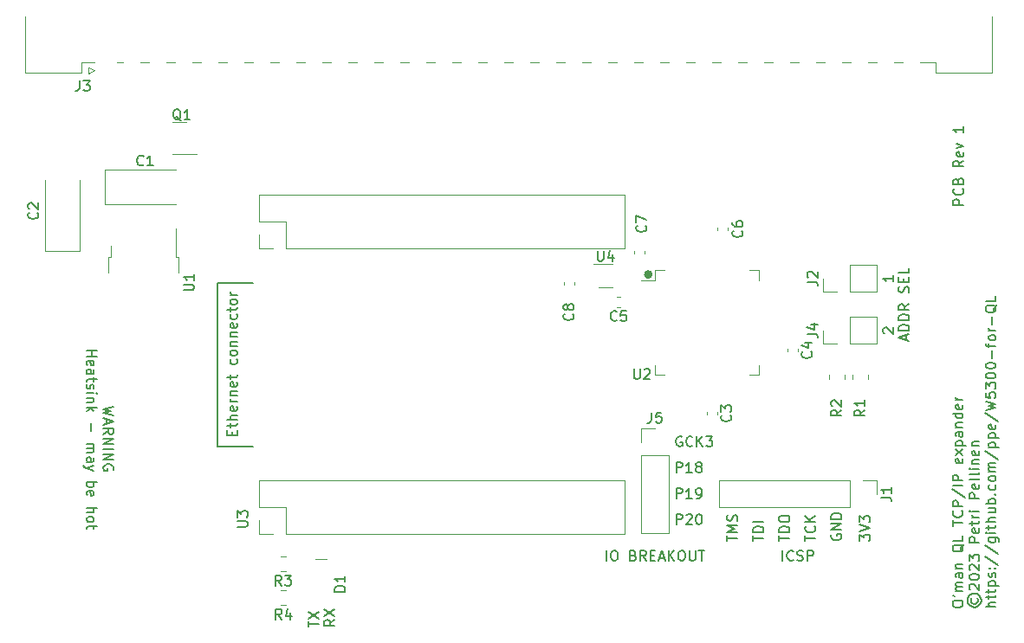
<source format=gbr>
%TF.GenerationSoftware,KiCad,Pcbnew,(6.0.9-0)*%
%TF.CreationDate,2023-01-09T20:35:06+02:00*%
%TF.ProjectId,QE_PCB,51455f50-4342-42e6-9b69-6361645f7063,rev?*%
%TF.SameCoordinates,Original*%
%TF.FileFunction,Legend,Top*%
%TF.FilePolarity,Positive*%
%FSLAX46Y46*%
G04 Gerber Fmt 4.6, Leading zero omitted, Abs format (unit mm)*
G04 Created by KiCad (PCBNEW (6.0.9-0)) date 2023-01-09 20:35:06*
%MOMM*%
%LPD*%
G01*
G04 APERTURE LIST*
%ADD10C,0.150000*%
%ADD11C,0.428553*%
%ADD12C,0.120000*%
G04 APERTURE END LIST*
D10*
X79700380Y-115678976D02*
X79224190Y-116012309D01*
X79700380Y-116250404D02*
X78700380Y-116250404D01*
X78700380Y-115869452D01*
X78748000Y-115774214D01*
X78795619Y-115726595D01*
X78890857Y-115678976D01*
X79033714Y-115678976D01*
X79128952Y-115726595D01*
X79176571Y-115774214D01*
X79224190Y-115869452D01*
X79224190Y-116250404D01*
X78700380Y-115345642D02*
X79700380Y-114678976D01*
X78700380Y-114678976D02*
X79700380Y-115345642D01*
X77176380Y-116393261D02*
X77176380Y-115821833D01*
X78176380Y-116107547D02*
X77176380Y-116107547D01*
X77176380Y-115583738D02*
X78176380Y-114917071D01*
X77176380Y-114917071D02*
X78176380Y-115583738D01*
X106283714Y-109926380D02*
X106283714Y-108926380D01*
X106950380Y-108926380D02*
X107140857Y-108926380D01*
X107236095Y-108974000D01*
X107331333Y-109069238D01*
X107378952Y-109259714D01*
X107378952Y-109593047D01*
X107331333Y-109783523D01*
X107236095Y-109878761D01*
X107140857Y-109926380D01*
X106950380Y-109926380D01*
X106855142Y-109878761D01*
X106759904Y-109783523D01*
X106712285Y-109593047D01*
X106712285Y-109259714D01*
X106759904Y-109069238D01*
X106855142Y-108974000D01*
X106950380Y-108926380D01*
X108902761Y-109402571D02*
X109045619Y-109450190D01*
X109093238Y-109497809D01*
X109140857Y-109593047D01*
X109140857Y-109735904D01*
X109093238Y-109831142D01*
X109045619Y-109878761D01*
X108950380Y-109926380D01*
X108569428Y-109926380D01*
X108569428Y-108926380D01*
X108902761Y-108926380D01*
X108998000Y-108974000D01*
X109045619Y-109021619D01*
X109093238Y-109116857D01*
X109093238Y-109212095D01*
X109045619Y-109307333D01*
X108998000Y-109354952D01*
X108902761Y-109402571D01*
X108569428Y-109402571D01*
X110140857Y-109926380D02*
X109807523Y-109450190D01*
X109569428Y-109926380D02*
X109569428Y-108926380D01*
X109950380Y-108926380D01*
X110045619Y-108974000D01*
X110093238Y-109021619D01*
X110140857Y-109116857D01*
X110140857Y-109259714D01*
X110093238Y-109354952D01*
X110045619Y-109402571D01*
X109950380Y-109450190D01*
X109569428Y-109450190D01*
X110569428Y-109402571D02*
X110902761Y-109402571D01*
X111045619Y-109926380D02*
X110569428Y-109926380D01*
X110569428Y-108926380D01*
X111045619Y-108926380D01*
X111426571Y-109640666D02*
X111902761Y-109640666D01*
X111331333Y-109926380D02*
X111664666Y-108926380D01*
X111998000Y-109926380D01*
X112331333Y-109926380D02*
X112331333Y-108926380D01*
X112902761Y-109926380D02*
X112474190Y-109354952D01*
X112902761Y-108926380D02*
X112331333Y-109497809D01*
X113521809Y-108926380D02*
X113712285Y-108926380D01*
X113807523Y-108974000D01*
X113902761Y-109069238D01*
X113950380Y-109259714D01*
X113950380Y-109593047D01*
X113902761Y-109783523D01*
X113807523Y-109878761D01*
X113712285Y-109926380D01*
X113521809Y-109926380D01*
X113426571Y-109878761D01*
X113331333Y-109783523D01*
X113283714Y-109593047D01*
X113283714Y-109259714D01*
X113331333Y-109069238D01*
X113426571Y-108974000D01*
X113521809Y-108926380D01*
X114378952Y-108926380D02*
X114378952Y-109735904D01*
X114426571Y-109831142D01*
X114474190Y-109878761D01*
X114569428Y-109926380D01*
X114759904Y-109926380D01*
X114855142Y-109878761D01*
X114902761Y-109831142D01*
X114950380Y-109735904D01*
X114950380Y-108926380D01*
X115283714Y-108926380D02*
X115855142Y-108926380D01*
X115569428Y-109926380D02*
X115569428Y-108926380D01*
X113111595Y-106370380D02*
X113111595Y-105370380D01*
X113492547Y-105370380D01*
X113587785Y-105418000D01*
X113635404Y-105465619D01*
X113683023Y-105560857D01*
X113683023Y-105703714D01*
X113635404Y-105798952D01*
X113587785Y-105846571D01*
X113492547Y-105894190D01*
X113111595Y-105894190D01*
X114063976Y-105465619D02*
X114111595Y-105418000D01*
X114206833Y-105370380D01*
X114444928Y-105370380D01*
X114540166Y-105418000D01*
X114587785Y-105465619D01*
X114635404Y-105560857D01*
X114635404Y-105656095D01*
X114587785Y-105798952D01*
X114016357Y-106370380D01*
X114635404Y-106370380D01*
X115254452Y-105370380D02*
X115349690Y-105370380D01*
X115444928Y-105418000D01*
X115492547Y-105465619D01*
X115540166Y-105560857D01*
X115587785Y-105751333D01*
X115587785Y-105989428D01*
X115540166Y-106179904D01*
X115492547Y-106275142D01*
X115444928Y-106322761D01*
X115349690Y-106370380D01*
X115254452Y-106370380D01*
X115159214Y-106322761D01*
X115111595Y-106275142D01*
X115063976Y-106179904D01*
X115016357Y-105989428D01*
X115016357Y-105751333D01*
X115063976Y-105560857D01*
X115111595Y-105465619D01*
X115159214Y-105418000D01*
X115254452Y-105370380D01*
X113111595Y-103830380D02*
X113111595Y-102830380D01*
X113492547Y-102830380D01*
X113587785Y-102878000D01*
X113635404Y-102925619D01*
X113683023Y-103020857D01*
X113683023Y-103163714D01*
X113635404Y-103258952D01*
X113587785Y-103306571D01*
X113492547Y-103354190D01*
X113111595Y-103354190D01*
X114635404Y-103830380D02*
X114063976Y-103830380D01*
X114349690Y-103830380D02*
X114349690Y-102830380D01*
X114254452Y-102973238D01*
X114159214Y-103068476D01*
X114063976Y-103116095D01*
X115111595Y-103830380D02*
X115302071Y-103830380D01*
X115397309Y-103782761D01*
X115444928Y-103735142D01*
X115540166Y-103592285D01*
X115587785Y-103401809D01*
X115587785Y-103020857D01*
X115540166Y-102925619D01*
X115492547Y-102878000D01*
X115397309Y-102830380D01*
X115206833Y-102830380D01*
X115111595Y-102878000D01*
X115063976Y-102925619D01*
X115016357Y-103020857D01*
X115016357Y-103258952D01*
X115063976Y-103354190D01*
X115111595Y-103401809D01*
X115206833Y-103449428D01*
X115397309Y-103449428D01*
X115492547Y-103401809D01*
X115540166Y-103354190D01*
X115587785Y-103258952D01*
X113111595Y-101290380D02*
X113111595Y-100290380D01*
X113492547Y-100290380D01*
X113587785Y-100338000D01*
X113635404Y-100385619D01*
X113683023Y-100480857D01*
X113683023Y-100623714D01*
X113635404Y-100718952D01*
X113587785Y-100766571D01*
X113492547Y-100814190D01*
X113111595Y-100814190D01*
X114635404Y-101290380D02*
X114063976Y-101290380D01*
X114349690Y-101290380D02*
X114349690Y-100290380D01*
X114254452Y-100433238D01*
X114159214Y-100528476D01*
X114063976Y-100576095D01*
X115206833Y-100718952D02*
X115111595Y-100671333D01*
X115063976Y-100623714D01*
X115016357Y-100528476D01*
X115016357Y-100480857D01*
X115063976Y-100385619D01*
X115111595Y-100338000D01*
X115206833Y-100290380D01*
X115397309Y-100290380D01*
X115492547Y-100338000D01*
X115540166Y-100385619D01*
X115587785Y-100480857D01*
X115587785Y-100528476D01*
X115540166Y-100623714D01*
X115492547Y-100671333D01*
X115397309Y-100718952D01*
X115206833Y-100718952D01*
X115111595Y-100766571D01*
X115063976Y-100814190D01*
X115016357Y-100909428D01*
X115016357Y-101099904D01*
X115063976Y-101195142D01*
X115111595Y-101242761D01*
X115206833Y-101290380D01*
X115397309Y-101290380D01*
X115492547Y-101242761D01*
X115540166Y-101195142D01*
X115587785Y-101099904D01*
X115587785Y-100909428D01*
X115540166Y-100814190D01*
X115492547Y-100766571D01*
X115397309Y-100718952D01*
X113635404Y-97798000D02*
X113540166Y-97750380D01*
X113397309Y-97750380D01*
X113254452Y-97798000D01*
X113159214Y-97893238D01*
X113111595Y-97988476D01*
X113063976Y-98178952D01*
X113063976Y-98321809D01*
X113111595Y-98512285D01*
X113159214Y-98607523D01*
X113254452Y-98702761D01*
X113397309Y-98750380D01*
X113492547Y-98750380D01*
X113635404Y-98702761D01*
X113683023Y-98655142D01*
X113683023Y-98321809D01*
X113492547Y-98321809D01*
X114683023Y-98655142D02*
X114635404Y-98702761D01*
X114492547Y-98750380D01*
X114397309Y-98750380D01*
X114254452Y-98702761D01*
X114159214Y-98607523D01*
X114111595Y-98512285D01*
X114063976Y-98321809D01*
X114063976Y-98178952D01*
X114111595Y-97988476D01*
X114159214Y-97893238D01*
X114254452Y-97798000D01*
X114397309Y-97750380D01*
X114492547Y-97750380D01*
X114635404Y-97798000D01*
X114683023Y-97845619D01*
X115111595Y-98750380D02*
X115111595Y-97750380D01*
X115683023Y-98750380D02*
X115254452Y-98178952D01*
X115683023Y-97750380D02*
X115111595Y-98321809D01*
X116016357Y-97750380D02*
X116635404Y-97750380D01*
X116302071Y-98131333D01*
X116444928Y-98131333D01*
X116540166Y-98178952D01*
X116587785Y-98226571D01*
X116635404Y-98321809D01*
X116635404Y-98559904D01*
X116587785Y-98655142D01*
X116540166Y-98702761D01*
X116444928Y-98750380D01*
X116159214Y-98750380D01*
X116063976Y-98702761D01*
X116016357Y-98655142D01*
D11*
X110577276Y-81915000D02*
G75*
G03*
X110577276Y-81915000I-214276J0D01*
G01*
D10*
X68250000Y-82750000D02*
X71750000Y-82750000D01*
X71750000Y-98750000D02*
X68250000Y-98750000D01*
X68250000Y-98750000D02*
X68250000Y-82750000D01*
X125690380Y-108011261D02*
X125690380Y-107439833D01*
X126690380Y-107725547D02*
X125690380Y-107725547D01*
X126595142Y-106535071D02*
X126642761Y-106582690D01*
X126690380Y-106725547D01*
X126690380Y-106820785D01*
X126642761Y-106963642D01*
X126547523Y-107058880D01*
X126452285Y-107106500D01*
X126261809Y-107154119D01*
X126118952Y-107154119D01*
X125928476Y-107106500D01*
X125833238Y-107058880D01*
X125738000Y-106963642D01*
X125690380Y-106820785D01*
X125690380Y-106725547D01*
X125738000Y-106582690D01*
X125785619Y-106535071D01*
X126690380Y-106106500D02*
X125690380Y-106106500D01*
X126690380Y-105535071D02*
X126118952Y-105963642D01*
X125690380Y-105535071D02*
X126261809Y-106106500D01*
X134310380Y-82010285D02*
X134310380Y-82581714D01*
X134310380Y-82296000D02*
X133310380Y-82296000D01*
X133453238Y-82391238D01*
X133548476Y-82486476D01*
X133596095Y-82581714D01*
X133405619Y-87661714D02*
X133358000Y-87614095D01*
X133310380Y-87518857D01*
X133310380Y-87280761D01*
X133358000Y-87185523D01*
X133405619Y-87137904D01*
X133500857Y-87090285D01*
X133596095Y-87090285D01*
X133738952Y-87137904D01*
X134310380Y-87709333D01*
X134310380Y-87090285D01*
X135548666Y-88288380D02*
X135548666Y-87812190D01*
X135834380Y-88383619D02*
X134834380Y-88050285D01*
X135834380Y-87716952D01*
X135834380Y-87383619D02*
X134834380Y-87383619D01*
X134834380Y-87145523D01*
X134882000Y-87002666D01*
X134977238Y-86907428D01*
X135072476Y-86859809D01*
X135262952Y-86812190D01*
X135405809Y-86812190D01*
X135596285Y-86859809D01*
X135691523Y-86907428D01*
X135786761Y-87002666D01*
X135834380Y-87145523D01*
X135834380Y-87383619D01*
X135834380Y-86383619D02*
X134834380Y-86383619D01*
X134834380Y-86145523D01*
X134882000Y-86002666D01*
X134977238Y-85907428D01*
X135072476Y-85859809D01*
X135262952Y-85812190D01*
X135405809Y-85812190D01*
X135596285Y-85859809D01*
X135691523Y-85907428D01*
X135786761Y-86002666D01*
X135834380Y-86145523D01*
X135834380Y-86383619D01*
X135834380Y-84812190D02*
X135358190Y-85145523D01*
X135834380Y-85383619D02*
X134834380Y-85383619D01*
X134834380Y-85002666D01*
X134882000Y-84907428D01*
X134929619Y-84859809D01*
X135024857Y-84812190D01*
X135167714Y-84812190D01*
X135262952Y-84859809D01*
X135310571Y-84907428D01*
X135358190Y-85002666D01*
X135358190Y-85383619D01*
X135786761Y-83669333D02*
X135834380Y-83526476D01*
X135834380Y-83288380D01*
X135786761Y-83193142D01*
X135739142Y-83145523D01*
X135643904Y-83097904D01*
X135548666Y-83097904D01*
X135453428Y-83145523D01*
X135405809Y-83193142D01*
X135358190Y-83288380D01*
X135310571Y-83478857D01*
X135262952Y-83574095D01*
X135215333Y-83621714D01*
X135120095Y-83669333D01*
X135024857Y-83669333D01*
X134929619Y-83621714D01*
X134882000Y-83574095D01*
X134834380Y-83478857D01*
X134834380Y-83240761D01*
X134882000Y-83097904D01*
X135310571Y-82669333D02*
X135310571Y-82336000D01*
X135834380Y-82193142D02*
X135834380Y-82669333D01*
X134834380Y-82669333D01*
X134834380Y-82193142D01*
X135834380Y-81288380D02*
X135834380Y-81764571D01*
X134834380Y-81764571D01*
X140092380Y-114223928D02*
X140092380Y-114033452D01*
X140140000Y-113938214D01*
X140235238Y-113842976D01*
X140425714Y-113795357D01*
X140759047Y-113795357D01*
X140949523Y-113842976D01*
X141044761Y-113938214D01*
X141092380Y-114033452D01*
X141092380Y-114223928D01*
X141044761Y-114319166D01*
X140949523Y-114414404D01*
X140759047Y-114462023D01*
X140425714Y-114462023D01*
X140235238Y-114414404D01*
X140140000Y-114319166D01*
X140092380Y-114223928D01*
X140092380Y-113319166D02*
X140282857Y-113414404D01*
X141092380Y-112890595D02*
X140425714Y-112890595D01*
X140520952Y-112890595D02*
X140473333Y-112842976D01*
X140425714Y-112747738D01*
X140425714Y-112604880D01*
X140473333Y-112509642D01*
X140568571Y-112462023D01*
X141092380Y-112462023D01*
X140568571Y-112462023D02*
X140473333Y-112414404D01*
X140425714Y-112319166D01*
X140425714Y-112176309D01*
X140473333Y-112081071D01*
X140568571Y-112033452D01*
X141092380Y-112033452D01*
X141092380Y-111128690D02*
X140568571Y-111128690D01*
X140473333Y-111176309D01*
X140425714Y-111271547D01*
X140425714Y-111462023D01*
X140473333Y-111557261D01*
X141044761Y-111128690D02*
X141092380Y-111223928D01*
X141092380Y-111462023D01*
X141044761Y-111557261D01*
X140949523Y-111604880D01*
X140854285Y-111604880D01*
X140759047Y-111557261D01*
X140711428Y-111462023D01*
X140711428Y-111223928D01*
X140663809Y-111128690D01*
X140425714Y-110652500D02*
X141092380Y-110652500D01*
X140520952Y-110652500D02*
X140473333Y-110604880D01*
X140425714Y-110509642D01*
X140425714Y-110366785D01*
X140473333Y-110271547D01*
X140568571Y-110223928D01*
X141092380Y-110223928D01*
X141187619Y-108319166D02*
X141140000Y-108414404D01*
X141044761Y-108509642D01*
X140901904Y-108652500D01*
X140854285Y-108747738D01*
X140854285Y-108842976D01*
X141092380Y-108795357D02*
X141044761Y-108890595D01*
X140949523Y-108985833D01*
X140759047Y-109033452D01*
X140425714Y-109033452D01*
X140235238Y-108985833D01*
X140140000Y-108890595D01*
X140092380Y-108795357D01*
X140092380Y-108604880D01*
X140140000Y-108509642D01*
X140235238Y-108414404D01*
X140425714Y-108366785D01*
X140759047Y-108366785D01*
X140949523Y-108414404D01*
X141044761Y-108509642D01*
X141092380Y-108604880D01*
X141092380Y-108795357D01*
X141092380Y-107462023D02*
X141092380Y-107938214D01*
X140092380Y-107938214D01*
X140092380Y-106509642D02*
X140092380Y-105938214D01*
X141092380Y-106223928D02*
X140092380Y-106223928D01*
X140997142Y-105033452D02*
X141044761Y-105081071D01*
X141092380Y-105223928D01*
X141092380Y-105319166D01*
X141044761Y-105462023D01*
X140949523Y-105557261D01*
X140854285Y-105604880D01*
X140663809Y-105652500D01*
X140520952Y-105652500D01*
X140330476Y-105604880D01*
X140235238Y-105557261D01*
X140140000Y-105462023D01*
X140092380Y-105319166D01*
X140092380Y-105223928D01*
X140140000Y-105081071D01*
X140187619Y-105033452D01*
X141092380Y-104604880D02*
X140092380Y-104604880D01*
X140092380Y-104223928D01*
X140140000Y-104128690D01*
X140187619Y-104081071D01*
X140282857Y-104033452D01*
X140425714Y-104033452D01*
X140520952Y-104081071D01*
X140568571Y-104128690D01*
X140616190Y-104223928D01*
X140616190Y-104604880D01*
X140044761Y-102890595D02*
X141330476Y-103747738D01*
X141092380Y-102557261D02*
X140092380Y-102557261D01*
X141092380Y-102081071D02*
X140092380Y-102081071D01*
X140092380Y-101700119D01*
X140140000Y-101604880D01*
X140187619Y-101557261D01*
X140282857Y-101509642D01*
X140425714Y-101509642D01*
X140520952Y-101557261D01*
X140568571Y-101604880D01*
X140616190Y-101700119D01*
X140616190Y-102081071D01*
X141044761Y-99938214D02*
X141092380Y-100033452D01*
X141092380Y-100223928D01*
X141044761Y-100319166D01*
X140949523Y-100366785D01*
X140568571Y-100366785D01*
X140473333Y-100319166D01*
X140425714Y-100223928D01*
X140425714Y-100033452D01*
X140473333Y-99938214D01*
X140568571Y-99890595D01*
X140663809Y-99890595D01*
X140759047Y-100366785D01*
X141092380Y-99557261D02*
X140425714Y-99033452D01*
X140425714Y-99557261D02*
X141092380Y-99033452D01*
X140425714Y-98652500D02*
X141425714Y-98652500D01*
X140473333Y-98652500D02*
X140425714Y-98557261D01*
X140425714Y-98366785D01*
X140473333Y-98271547D01*
X140520952Y-98223928D01*
X140616190Y-98176309D01*
X140901904Y-98176309D01*
X140997142Y-98223928D01*
X141044761Y-98271547D01*
X141092380Y-98366785D01*
X141092380Y-98557261D01*
X141044761Y-98652500D01*
X141092380Y-97319166D02*
X140568571Y-97319166D01*
X140473333Y-97366785D01*
X140425714Y-97462023D01*
X140425714Y-97652500D01*
X140473333Y-97747738D01*
X141044761Y-97319166D02*
X141092380Y-97414404D01*
X141092380Y-97652500D01*
X141044761Y-97747738D01*
X140949523Y-97795357D01*
X140854285Y-97795357D01*
X140759047Y-97747738D01*
X140711428Y-97652500D01*
X140711428Y-97414404D01*
X140663809Y-97319166D01*
X140425714Y-96842976D02*
X141092380Y-96842976D01*
X140520952Y-96842976D02*
X140473333Y-96795357D01*
X140425714Y-96700119D01*
X140425714Y-96557261D01*
X140473333Y-96462023D01*
X140568571Y-96414404D01*
X141092380Y-96414404D01*
X141092380Y-95509642D02*
X140092380Y-95509642D01*
X141044761Y-95509642D02*
X141092380Y-95604880D01*
X141092380Y-95795357D01*
X141044761Y-95890595D01*
X140997142Y-95938214D01*
X140901904Y-95985833D01*
X140616190Y-95985833D01*
X140520952Y-95938214D01*
X140473333Y-95890595D01*
X140425714Y-95795357D01*
X140425714Y-95604880D01*
X140473333Y-95509642D01*
X141044761Y-94652500D02*
X141092380Y-94747738D01*
X141092380Y-94938214D01*
X141044761Y-95033452D01*
X140949523Y-95081071D01*
X140568571Y-95081071D01*
X140473333Y-95033452D01*
X140425714Y-94938214D01*
X140425714Y-94747738D01*
X140473333Y-94652500D01*
X140568571Y-94604880D01*
X140663809Y-94604880D01*
X140759047Y-95081071D01*
X141092380Y-94176309D02*
X140425714Y-94176309D01*
X140616190Y-94176309D02*
X140520952Y-94128690D01*
X140473333Y-94081071D01*
X140425714Y-93985833D01*
X140425714Y-93890595D01*
X141940476Y-113604880D02*
X141892857Y-113700119D01*
X141892857Y-113890595D01*
X141940476Y-113985833D01*
X142035714Y-114081071D01*
X142130952Y-114128690D01*
X142321428Y-114128690D01*
X142416666Y-114081071D01*
X142511904Y-113985833D01*
X142559523Y-113890595D01*
X142559523Y-113700119D01*
X142511904Y-113604880D01*
X141559523Y-113795357D02*
X141607142Y-114033452D01*
X141750000Y-114271547D01*
X141988095Y-114414404D01*
X142226190Y-114462023D01*
X142464285Y-114414404D01*
X142702380Y-114271547D01*
X142845238Y-114033452D01*
X142892857Y-113795357D01*
X142845238Y-113557261D01*
X142702380Y-113319166D01*
X142464285Y-113176309D01*
X142226190Y-113128690D01*
X141988095Y-113176309D01*
X141750000Y-113319166D01*
X141607142Y-113557261D01*
X141559523Y-113795357D01*
X141797619Y-112747738D02*
X141750000Y-112700119D01*
X141702380Y-112604880D01*
X141702380Y-112366785D01*
X141750000Y-112271547D01*
X141797619Y-112223928D01*
X141892857Y-112176309D01*
X141988095Y-112176309D01*
X142130952Y-112223928D01*
X142702380Y-112795357D01*
X142702380Y-112176309D01*
X141702380Y-111557261D02*
X141702380Y-111462023D01*
X141750000Y-111366785D01*
X141797619Y-111319166D01*
X141892857Y-111271547D01*
X142083333Y-111223928D01*
X142321428Y-111223928D01*
X142511904Y-111271547D01*
X142607142Y-111319166D01*
X142654761Y-111366785D01*
X142702380Y-111462023D01*
X142702380Y-111557261D01*
X142654761Y-111652500D01*
X142607142Y-111700119D01*
X142511904Y-111747738D01*
X142321428Y-111795357D01*
X142083333Y-111795357D01*
X141892857Y-111747738D01*
X141797619Y-111700119D01*
X141750000Y-111652500D01*
X141702380Y-111557261D01*
X141797619Y-110842976D02*
X141750000Y-110795357D01*
X141702380Y-110700119D01*
X141702380Y-110462023D01*
X141750000Y-110366785D01*
X141797619Y-110319166D01*
X141892857Y-110271547D01*
X141988095Y-110271547D01*
X142130952Y-110319166D01*
X142702380Y-110890595D01*
X142702380Y-110271547D01*
X141702380Y-109938214D02*
X141702380Y-109319166D01*
X142083333Y-109652500D01*
X142083333Y-109509642D01*
X142130952Y-109414404D01*
X142178571Y-109366785D01*
X142273809Y-109319166D01*
X142511904Y-109319166D01*
X142607142Y-109366785D01*
X142654761Y-109414404D01*
X142702380Y-109509642D01*
X142702380Y-109795357D01*
X142654761Y-109890595D01*
X142607142Y-109938214D01*
X142702380Y-108128690D02*
X141702380Y-108128690D01*
X141702380Y-107747738D01*
X141750000Y-107652500D01*
X141797619Y-107604880D01*
X141892857Y-107557261D01*
X142035714Y-107557261D01*
X142130952Y-107604880D01*
X142178571Y-107652500D01*
X142226190Y-107747738D01*
X142226190Y-108128690D01*
X142654761Y-106747738D02*
X142702380Y-106842976D01*
X142702380Y-107033452D01*
X142654761Y-107128690D01*
X142559523Y-107176309D01*
X142178571Y-107176309D01*
X142083333Y-107128690D01*
X142035714Y-107033452D01*
X142035714Y-106842976D01*
X142083333Y-106747738D01*
X142178571Y-106700119D01*
X142273809Y-106700119D01*
X142369047Y-107176309D01*
X142035714Y-106414404D02*
X142035714Y-106033452D01*
X141702380Y-106271547D02*
X142559523Y-106271547D01*
X142654761Y-106223928D01*
X142702380Y-106128690D01*
X142702380Y-106033452D01*
X142702380Y-105700119D02*
X142035714Y-105700119D01*
X142226190Y-105700119D02*
X142130952Y-105652500D01*
X142083333Y-105604880D01*
X142035714Y-105509642D01*
X142035714Y-105414404D01*
X142702380Y-105081071D02*
X142035714Y-105081071D01*
X141702380Y-105081071D02*
X141750000Y-105128690D01*
X141797619Y-105081071D01*
X141750000Y-105033452D01*
X141702380Y-105081071D01*
X141797619Y-105081071D01*
X142702380Y-103842976D02*
X141702380Y-103842976D01*
X141702380Y-103462023D01*
X141750000Y-103366785D01*
X141797619Y-103319166D01*
X141892857Y-103271547D01*
X142035714Y-103271547D01*
X142130952Y-103319166D01*
X142178571Y-103366785D01*
X142226190Y-103462023D01*
X142226190Y-103842976D01*
X142654761Y-102462023D02*
X142702380Y-102557261D01*
X142702380Y-102747738D01*
X142654761Y-102842976D01*
X142559523Y-102890595D01*
X142178571Y-102890595D01*
X142083333Y-102842976D01*
X142035714Y-102747738D01*
X142035714Y-102557261D01*
X142083333Y-102462023D01*
X142178571Y-102414404D01*
X142273809Y-102414404D01*
X142369047Y-102890595D01*
X142702380Y-101842976D02*
X142654761Y-101938214D01*
X142559523Y-101985833D01*
X141702380Y-101985833D01*
X142702380Y-101319166D02*
X142654761Y-101414404D01*
X142559523Y-101462023D01*
X141702380Y-101462023D01*
X142702380Y-100938214D02*
X142035714Y-100938214D01*
X141702380Y-100938214D02*
X141750000Y-100985833D01*
X141797619Y-100938214D01*
X141750000Y-100890595D01*
X141702380Y-100938214D01*
X141797619Y-100938214D01*
X142035714Y-100462023D02*
X142702380Y-100462023D01*
X142130952Y-100462023D02*
X142083333Y-100414404D01*
X142035714Y-100319166D01*
X142035714Y-100176309D01*
X142083333Y-100081071D01*
X142178571Y-100033452D01*
X142702380Y-100033452D01*
X142654761Y-99176309D02*
X142702380Y-99271547D01*
X142702380Y-99462023D01*
X142654761Y-99557261D01*
X142559523Y-99604880D01*
X142178571Y-99604880D01*
X142083333Y-99557261D01*
X142035714Y-99462023D01*
X142035714Y-99271547D01*
X142083333Y-99176309D01*
X142178571Y-99128690D01*
X142273809Y-99128690D01*
X142369047Y-99604880D01*
X142035714Y-98700119D02*
X142702380Y-98700119D01*
X142130952Y-98700119D02*
X142083333Y-98652500D01*
X142035714Y-98557261D01*
X142035714Y-98414404D01*
X142083333Y-98319166D01*
X142178571Y-98271547D01*
X142702380Y-98271547D01*
X144312380Y-114414404D02*
X143312380Y-114414404D01*
X144312380Y-113985833D02*
X143788571Y-113985833D01*
X143693333Y-114033452D01*
X143645714Y-114128690D01*
X143645714Y-114271547D01*
X143693333Y-114366785D01*
X143740952Y-114414404D01*
X143645714Y-113652500D02*
X143645714Y-113271547D01*
X143312380Y-113509642D02*
X144169523Y-113509642D01*
X144264761Y-113462023D01*
X144312380Y-113366785D01*
X144312380Y-113271547D01*
X143645714Y-113081071D02*
X143645714Y-112700119D01*
X143312380Y-112938214D02*
X144169523Y-112938214D01*
X144264761Y-112890595D01*
X144312380Y-112795357D01*
X144312380Y-112700119D01*
X143645714Y-112366785D02*
X144645714Y-112366785D01*
X143693333Y-112366785D02*
X143645714Y-112271547D01*
X143645714Y-112081071D01*
X143693333Y-111985833D01*
X143740952Y-111938214D01*
X143836190Y-111890595D01*
X144121904Y-111890595D01*
X144217142Y-111938214D01*
X144264761Y-111985833D01*
X144312380Y-112081071D01*
X144312380Y-112271547D01*
X144264761Y-112366785D01*
X144264761Y-111509642D02*
X144312380Y-111414404D01*
X144312380Y-111223928D01*
X144264761Y-111128690D01*
X144169523Y-111081071D01*
X144121904Y-111081071D01*
X144026666Y-111128690D01*
X143979047Y-111223928D01*
X143979047Y-111366785D01*
X143931428Y-111462023D01*
X143836190Y-111509642D01*
X143788571Y-111509642D01*
X143693333Y-111462023D01*
X143645714Y-111366785D01*
X143645714Y-111223928D01*
X143693333Y-111128690D01*
X144217142Y-110652500D02*
X144264761Y-110604880D01*
X144312380Y-110652500D01*
X144264761Y-110700119D01*
X144217142Y-110652500D01*
X144312380Y-110652500D01*
X143693333Y-110652500D02*
X143740952Y-110604880D01*
X143788571Y-110652500D01*
X143740952Y-110700119D01*
X143693333Y-110652500D01*
X143788571Y-110652500D01*
X143264761Y-109462023D02*
X144550476Y-110319166D01*
X143264761Y-108414404D02*
X144550476Y-109271547D01*
X143645714Y-107652500D02*
X144455238Y-107652500D01*
X144550476Y-107700119D01*
X144598095Y-107747738D01*
X144645714Y-107842976D01*
X144645714Y-107985833D01*
X144598095Y-108081071D01*
X144264761Y-107652500D02*
X144312380Y-107747738D01*
X144312380Y-107938214D01*
X144264761Y-108033452D01*
X144217142Y-108081071D01*
X144121904Y-108128690D01*
X143836190Y-108128690D01*
X143740952Y-108081071D01*
X143693333Y-108033452D01*
X143645714Y-107938214D01*
X143645714Y-107747738D01*
X143693333Y-107652500D01*
X144312380Y-107176309D02*
X143645714Y-107176309D01*
X143312380Y-107176309D02*
X143360000Y-107223928D01*
X143407619Y-107176309D01*
X143360000Y-107128690D01*
X143312380Y-107176309D01*
X143407619Y-107176309D01*
X143645714Y-106842976D02*
X143645714Y-106462023D01*
X143312380Y-106700119D02*
X144169523Y-106700119D01*
X144264761Y-106652500D01*
X144312380Y-106557261D01*
X144312380Y-106462023D01*
X144312380Y-106128690D02*
X143312380Y-106128690D01*
X144312380Y-105700119D02*
X143788571Y-105700119D01*
X143693333Y-105747738D01*
X143645714Y-105842976D01*
X143645714Y-105985833D01*
X143693333Y-106081071D01*
X143740952Y-106128690D01*
X143645714Y-104795357D02*
X144312380Y-104795357D01*
X143645714Y-105223928D02*
X144169523Y-105223928D01*
X144264761Y-105176309D01*
X144312380Y-105081071D01*
X144312380Y-104938214D01*
X144264761Y-104842976D01*
X144217142Y-104795357D01*
X144312380Y-104319166D02*
X143312380Y-104319166D01*
X143693333Y-104319166D02*
X143645714Y-104223928D01*
X143645714Y-104033452D01*
X143693333Y-103938214D01*
X143740952Y-103890595D01*
X143836190Y-103842976D01*
X144121904Y-103842976D01*
X144217142Y-103890595D01*
X144264761Y-103938214D01*
X144312380Y-104033452D01*
X144312380Y-104223928D01*
X144264761Y-104319166D01*
X144217142Y-103414404D02*
X144264761Y-103366785D01*
X144312380Y-103414404D01*
X144264761Y-103462023D01*
X144217142Y-103414404D01*
X144312380Y-103414404D01*
X144264761Y-102509642D02*
X144312380Y-102604880D01*
X144312380Y-102795357D01*
X144264761Y-102890595D01*
X144217142Y-102938214D01*
X144121904Y-102985833D01*
X143836190Y-102985833D01*
X143740952Y-102938214D01*
X143693333Y-102890595D01*
X143645714Y-102795357D01*
X143645714Y-102604880D01*
X143693333Y-102509642D01*
X144312380Y-101938214D02*
X144264761Y-102033452D01*
X144217142Y-102081071D01*
X144121904Y-102128690D01*
X143836190Y-102128690D01*
X143740952Y-102081071D01*
X143693333Y-102033452D01*
X143645714Y-101938214D01*
X143645714Y-101795357D01*
X143693333Y-101700119D01*
X143740952Y-101652500D01*
X143836190Y-101604880D01*
X144121904Y-101604880D01*
X144217142Y-101652500D01*
X144264761Y-101700119D01*
X144312380Y-101795357D01*
X144312380Y-101938214D01*
X144312380Y-101176309D02*
X143645714Y-101176309D01*
X143740952Y-101176309D02*
X143693333Y-101128690D01*
X143645714Y-101033452D01*
X143645714Y-100890595D01*
X143693333Y-100795357D01*
X143788571Y-100747738D01*
X144312380Y-100747738D01*
X143788571Y-100747738D02*
X143693333Y-100700119D01*
X143645714Y-100604880D01*
X143645714Y-100462023D01*
X143693333Y-100366785D01*
X143788571Y-100319166D01*
X144312380Y-100319166D01*
X143264761Y-99128690D02*
X144550476Y-99985833D01*
X143645714Y-98795357D02*
X144645714Y-98795357D01*
X143693333Y-98795357D02*
X143645714Y-98700119D01*
X143645714Y-98509642D01*
X143693333Y-98414404D01*
X143740952Y-98366785D01*
X143836190Y-98319166D01*
X144121904Y-98319166D01*
X144217142Y-98366785D01*
X144264761Y-98414404D01*
X144312380Y-98509642D01*
X144312380Y-98700119D01*
X144264761Y-98795357D01*
X143645714Y-97890595D02*
X144645714Y-97890595D01*
X143693333Y-97890595D02*
X143645714Y-97795357D01*
X143645714Y-97604880D01*
X143693333Y-97509642D01*
X143740952Y-97462023D01*
X143836190Y-97414404D01*
X144121904Y-97414404D01*
X144217142Y-97462023D01*
X144264761Y-97509642D01*
X144312380Y-97604880D01*
X144312380Y-97795357D01*
X144264761Y-97890595D01*
X144264761Y-96604880D02*
X144312380Y-96700119D01*
X144312380Y-96890595D01*
X144264761Y-96985833D01*
X144169523Y-97033452D01*
X143788571Y-97033452D01*
X143693333Y-96985833D01*
X143645714Y-96890595D01*
X143645714Y-96700119D01*
X143693333Y-96604880D01*
X143788571Y-96557261D01*
X143883809Y-96557261D01*
X143979047Y-97033452D01*
X143264761Y-95414404D02*
X144550476Y-96271547D01*
X143312380Y-95176309D02*
X144312380Y-94938214D01*
X143598095Y-94747738D01*
X144312380Y-94557261D01*
X143312380Y-94319166D01*
X143312380Y-93462023D02*
X143312380Y-93938214D01*
X143788571Y-93985833D01*
X143740952Y-93938214D01*
X143693333Y-93842976D01*
X143693333Y-93604880D01*
X143740952Y-93509642D01*
X143788571Y-93462023D01*
X143883809Y-93414404D01*
X144121904Y-93414404D01*
X144217142Y-93462023D01*
X144264761Y-93509642D01*
X144312380Y-93604880D01*
X144312380Y-93842976D01*
X144264761Y-93938214D01*
X144217142Y-93985833D01*
X143312380Y-93081071D02*
X143312380Y-92462023D01*
X143693333Y-92795357D01*
X143693333Y-92652500D01*
X143740952Y-92557261D01*
X143788571Y-92509642D01*
X143883809Y-92462023D01*
X144121904Y-92462023D01*
X144217142Y-92509642D01*
X144264761Y-92557261D01*
X144312380Y-92652500D01*
X144312380Y-92938214D01*
X144264761Y-93033452D01*
X144217142Y-93081071D01*
X143312380Y-91842976D02*
X143312380Y-91747738D01*
X143360000Y-91652500D01*
X143407619Y-91604880D01*
X143502857Y-91557261D01*
X143693333Y-91509642D01*
X143931428Y-91509642D01*
X144121904Y-91557261D01*
X144217142Y-91604880D01*
X144264761Y-91652500D01*
X144312380Y-91747738D01*
X144312380Y-91842976D01*
X144264761Y-91938214D01*
X144217142Y-91985833D01*
X144121904Y-92033452D01*
X143931428Y-92081071D01*
X143693333Y-92081071D01*
X143502857Y-92033452D01*
X143407619Y-91985833D01*
X143360000Y-91938214D01*
X143312380Y-91842976D01*
X143312380Y-90890595D02*
X143312380Y-90795357D01*
X143360000Y-90700119D01*
X143407619Y-90652500D01*
X143502857Y-90604880D01*
X143693333Y-90557261D01*
X143931428Y-90557261D01*
X144121904Y-90604880D01*
X144217142Y-90652500D01*
X144264761Y-90700119D01*
X144312380Y-90795357D01*
X144312380Y-90890595D01*
X144264761Y-90985833D01*
X144217142Y-91033452D01*
X144121904Y-91081071D01*
X143931428Y-91128690D01*
X143693333Y-91128690D01*
X143502857Y-91081071D01*
X143407619Y-91033452D01*
X143360000Y-90985833D01*
X143312380Y-90890595D01*
X143931428Y-90128690D02*
X143931428Y-89366785D01*
X143645714Y-89033452D02*
X143645714Y-88652500D01*
X144312380Y-88890595D02*
X143455238Y-88890595D01*
X143360000Y-88842976D01*
X143312380Y-88747738D01*
X143312380Y-88652500D01*
X144312380Y-88176309D02*
X144264761Y-88271547D01*
X144217142Y-88319166D01*
X144121904Y-88366785D01*
X143836190Y-88366785D01*
X143740952Y-88319166D01*
X143693333Y-88271547D01*
X143645714Y-88176309D01*
X143645714Y-88033452D01*
X143693333Y-87938214D01*
X143740952Y-87890595D01*
X143836190Y-87842976D01*
X144121904Y-87842976D01*
X144217142Y-87890595D01*
X144264761Y-87938214D01*
X144312380Y-88033452D01*
X144312380Y-88176309D01*
X144312380Y-87414404D02*
X143645714Y-87414404D01*
X143836190Y-87414404D02*
X143740952Y-87366785D01*
X143693333Y-87319166D01*
X143645714Y-87223928D01*
X143645714Y-87128690D01*
X143931428Y-86795357D02*
X143931428Y-86033452D01*
X144407619Y-84890595D02*
X144360000Y-84985833D01*
X144264761Y-85081071D01*
X144121904Y-85223928D01*
X144074285Y-85319166D01*
X144074285Y-85414404D01*
X144312380Y-85366785D02*
X144264761Y-85462023D01*
X144169523Y-85557261D01*
X143979047Y-85604880D01*
X143645714Y-85604880D01*
X143455238Y-85557261D01*
X143360000Y-85462023D01*
X143312380Y-85366785D01*
X143312380Y-85176309D01*
X143360000Y-85081071D01*
X143455238Y-84985833D01*
X143645714Y-84938214D01*
X143979047Y-84938214D01*
X144169523Y-84985833D01*
X144264761Y-85081071D01*
X144312380Y-85176309D01*
X144312380Y-85366785D01*
X144312380Y-84033452D02*
X144312380Y-84509642D01*
X143312380Y-84509642D01*
X141168380Y-75102404D02*
X140168380Y-75102404D01*
X140168380Y-74721452D01*
X140216000Y-74626214D01*
X140263619Y-74578595D01*
X140358857Y-74530976D01*
X140501714Y-74530976D01*
X140596952Y-74578595D01*
X140644571Y-74626214D01*
X140692190Y-74721452D01*
X140692190Y-75102404D01*
X141073142Y-73530976D02*
X141120761Y-73578595D01*
X141168380Y-73721452D01*
X141168380Y-73816690D01*
X141120761Y-73959547D01*
X141025523Y-74054785D01*
X140930285Y-74102404D01*
X140739809Y-74150023D01*
X140596952Y-74150023D01*
X140406476Y-74102404D01*
X140311238Y-74054785D01*
X140216000Y-73959547D01*
X140168380Y-73816690D01*
X140168380Y-73721452D01*
X140216000Y-73578595D01*
X140263619Y-73530976D01*
X140644571Y-72769071D02*
X140692190Y-72626214D01*
X140739809Y-72578595D01*
X140835047Y-72530976D01*
X140977904Y-72530976D01*
X141073142Y-72578595D01*
X141120761Y-72626214D01*
X141168380Y-72721452D01*
X141168380Y-73102404D01*
X140168380Y-73102404D01*
X140168380Y-72769071D01*
X140216000Y-72673833D01*
X140263619Y-72626214D01*
X140358857Y-72578595D01*
X140454095Y-72578595D01*
X140549333Y-72626214D01*
X140596952Y-72673833D01*
X140644571Y-72769071D01*
X140644571Y-73102404D01*
X141168380Y-70769071D02*
X140692190Y-71102404D01*
X141168380Y-71340500D02*
X140168380Y-71340500D01*
X140168380Y-70959547D01*
X140216000Y-70864309D01*
X140263619Y-70816690D01*
X140358857Y-70769071D01*
X140501714Y-70769071D01*
X140596952Y-70816690D01*
X140644571Y-70864309D01*
X140692190Y-70959547D01*
X140692190Y-71340500D01*
X141120761Y-69959547D02*
X141168380Y-70054785D01*
X141168380Y-70245261D01*
X141120761Y-70340500D01*
X141025523Y-70388119D01*
X140644571Y-70388119D01*
X140549333Y-70340500D01*
X140501714Y-70245261D01*
X140501714Y-70054785D01*
X140549333Y-69959547D01*
X140644571Y-69911928D01*
X140739809Y-69911928D01*
X140835047Y-70388119D01*
X140501714Y-69578595D02*
X141168380Y-69340500D01*
X140501714Y-69102404D01*
X141168380Y-67435738D02*
X141168380Y-68007166D01*
X141168380Y-67721452D02*
X140168380Y-67721452D01*
X140311238Y-67816690D01*
X140406476Y-67911928D01*
X140454095Y-68007166D01*
X58102619Y-94857142D02*
X57102619Y-95095238D01*
X57816904Y-95285714D01*
X57102619Y-95476190D01*
X58102619Y-95714285D01*
X57388333Y-96047619D02*
X57388333Y-96523809D01*
X57102619Y-95952380D02*
X58102619Y-96285714D01*
X57102619Y-96619047D01*
X57102619Y-97523809D02*
X57578809Y-97190476D01*
X57102619Y-96952380D02*
X58102619Y-96952380D01*
X58102619Y-97333333D01*
X58055000Y-97428571D01*
X58007380Y-97476190D01*
X57912142Y-97523809D01*
X57769285Y-97523809D01*
X57674047Y-97476190D01*
X57626428Y-97428571D01*
X57578809Y-97333333D01*
X57578809Y-96952380D01*
X57102619Y-97952380D02*
X58102619Y-97952380D01*
X57102619Y-98523809D01*
X58102619Y-98523809D01*
X57102619Y-99000000D02*
X58102619Y-99000000D01*
X57102619Y-99476190D02*
X58102619Y-99476190D01*
X57102619Y-100047619D01*
X58102619Y-100047619D01*
X58055000Y-101047619D02*
X58102619Y-100952380D01*
X58102619Y-100809523D01*
X58055000Y-100666666D01*
X57959761Y-100571428D01*
X57864523Y-100523809D01*
X57674047Y-100476190D01*
X57531190Y-100476190D01*
X57340714Y-100523809D01*
X57245476Y-100571428D01*
X57150238Y-100666666D01*
X57102619Y-100809523D01*
X57102619Y-100904761D01*
X57150238Y-101047619D01*
X57197857Y-101095238D01*
X57531190Y-101095238D01*
X57531190Y-100904761D01*
X55492619Y-89333333D02*
X56492619Y-89333333D01*
X56016428Y-89333333D02*
X56016428Y-89904761D01*
X55492619Y-89904761D02*
X56492619Y-89904761D01*
X55540238Y-90761904D02*
X55492619Y-90666666D01*
X55492619Y-90476190D01*
X55540238Y-90380952D01*
X55635476Y-90333333D01*
X56016428Y-90333333D01*
X56111666Y-90380952D01*
X56159285Y-90476190D01*
X56159285Y-90666666D01*
X56111666Y-90761904D01*
X56016428Y-90809523D01*
X55921190Y-90809523D01*
X55825952Y-90333333D01*
X55492619Y-91666666D02*
X56016428Y-91666666D01*
X56111666Y-91619047D01*
X56159285Y-91523809D01*
X56159285Y-91333333D01*
X56111666Y-91238095D01*
X55540238Y-91666666D02*
X55492619Y-91571428D01*
X55492619Y-91333333D01*
X55540238Y-91238095D01*
X55635476Y-91190476D01*
X55730714Y-91190476D01*
X55825952Y-91238095D01*
X55873571Y-91333333D01*
X55873571Y-91571428D01*
X55921190Y-91666666D01*
X56159285Y-92000000D02*
X56159285Y-92380952D01*
X56492619Y-92142857D02*
X55635476Y-92142857D01*
X55540238Y-92190476D01*
X55492619Y-92285714D01*
X55492619Y-92380952D01*
X55540238Y-92666666D02*
X55492619Y-92761904D01*
X55492619Y-92952380D01*
X55540238Y-93047619D01*
X55635476Y-93095238D01*
X55683095Y-93095238D01*
X55778333Y-93047619D01*
X55825952Y-92952380D01*
X55825952Y-92809523D01*
X55873571Y-92714285D01*
X55968809Y-92666666D01*
X56016428Y-92666666D01*
X56111666Y-92714285D01*
X56159285Y-92809523D01*
X56159285Y-92952380D01*
X56111666Y-93047619D01*
X55492619Y-93523809D02*
X56159285Y-93523809D01*
X56492619Y-93523809D02*
X56445000Y-93476190D01*
X56397380Y-93523809D01*
X56445000Y-93571428D01*
X56492619Y-93523809D01*
X56397380Y-93523809D01*
X56159285Y-94000000D02*
X55492619Y-94000000D01*
X56064047Y-94000000D02*
X56111666Y-94047619D01*
X56159285Y-94142857D01*
X56159285Y-94285714D01*
X56111666Y-94380952D01*
X56016428Y-94428571D01*
X55492619Y-94428571D01*
X55492619Y-94904761D02*
X56492619Y-94904761D01*
X55873571Y-95000000D02*
X55492619Y-95285714D01*
X56159285Y-95285714D02*
X55778333Y-94904761D01*
X55873571Y-96476190D02*
X55873571Y-97238095D01*
X55492619Y-98476190D02*
X56159285Y-98476190D01*
X56064047Y-98476190D02*
X56111666Y-98523809D01*
X56159285Y-98619047D01*
X56159285Y-98761904D01*
X56111666Y-98857142D01*
X56016428Y-98904761D01*
X55492619Y-98904761D01*
X56016428Y-98904761D02*
X56111666Y-98952380D01*
X56159285Y-99047619D01*
X56159285Y-99190476D01*
X56111666Y-99285714D01*
X56016428Y-99333333D01*
X55492619Y-99333333D01*
X55492619Y-100238095D02*
X56016428Y-100238095D01*
X56111666Y-100190476D01*
X56159285Y-100095238D01*
X56159285Y-99904761D01*
X56111666Y-99809523D01*
X55540238Y-100238095D02*
X55492619Y-100142857D01*
X55492619Y-99904761D01*
X55540238Y-99809523D01*
X55635476Y-99761904D01*
X55730714Y-99761904D01*
X55825952Y-99809523D01*
X55873571Y-99904761D01*
X55873571Y-100142857D01*
X55921190Y-100238095D01*
X56159285Y-100619047D02*
X55492619Y-100857142D01*
X56159285Y-101095238D02*
X55492619Y-100857142D01*
X55254523Y-100761904D01*
X55206904Y-100714285D01*
X55159285Y-100619047D01*
X55492619Y-102238095D02*
X56492619Y-102238095D01*
X56111666Y-102238095D02*
X56159285Y-102333333D01*
X56159285Y-102523809D01*
X56111666Y-102619047D01*
X56064047Y-102666666D01*
X55968809Y-102714285D01*
X55683095Y-102714285D01*
X55587857Y-102666666D01*
X55540238Y-102619047D01*
X55492619Y-102523809D01*
X55492619Y-102333333D01*
X55540238Y-102238095D01*
X55540238Y-103523809D02*
X55492619Y-103428571D01*
X55492619Y-103238095D01*
X55540238Y-103142857D01*
X55635476Y-103095238D01*
X56016428Y-103095238D01*
X56111666Y-103142857D01*
X56159285Y-103238095D01*
X56159285Y-103428571D01*
X56111666Y-103523809D01*
X56016428Y-103571428D01*
X55921190Y-103571428D01*
X55825952Y-103095238D01*
X55492619Y-104761904D02*
X56492619Y-104761904D01*
X55492619Y-105190476D02*
X56016428Y-105190476D01*
X56111666Y-105142857D01*
X56159285Y-105047619D01*
X56159285Y-104904761D01*
X56111666Y-104809523D01*
X56064047Y-104761904D01*
X55492619Y-105809523D02*
X55540238Y-105714285D01*
X55587857Y-105666666D01*
X55683095Y-105619047D01*
X55968809Y-105619047D01*
X56064047Y-105666666D01*
X56111666Y-105714285D01*
X56159285Y-105809523D01*
X56159285Y-105952380D01*
X56111666Y-106047619D01*
X56064047Y-106095238D01*
X55968809Y-106142857D01*
X55683095Y-106142857D01*
X55587857Y-106095238D01*
X55540238Y-106047619D01*
X55492619Y-105952380D01*
X55492619Y-105809523D01*
X56159285Y-106428571D02*
X56159285Y-106809523D01*
X56492619Y-106571428D02*
X55635476Y-106571428D01*
X55540238Y-106619047D01*
X55492619Y-106714285D01*
X55492619Y-106809523D01*
X128278000Y-107344595D02*
X128230380Y-107439833D01*
X128230380Y-107582690D01*
X128278000Y-107725547D01*
X128373238Y-107820785D01*
X128468476Y-107868404D01*
X128658952Y-107916023D01*
X128801809Y-107916023D01*
X128992285Y-107868404D01*
X129087523Y-107820785D01*
X129182761Y-107725547D01*
X129230380Y-107582690D01*
X129230380Y-107487452D01*
X129182761Y-107344595D01*
X129135142Y-107296976D01*
X128801809Y-107296976D01*
X128801809Y-107487452D01*
X129230380Y-106868404D02*
X128230380Y-106868404D01*
X129230380Y-106296976D01*
X128230380Y-106296976D01*
X129230380Y-105820785D02*
X128230380Y-105820785D01*
X128230380Y-105582690D01*
X128278000Y-105439833D01*
X128373238Y-105344595D01*
X128468476Y-105296976D01*
X128658952Y-105249357D01*
X128801809Y-105249357D01*
X128992285Y-105296976D01*
X129087523Y-105344595D01*
X129182761Y-105439833D01*
X129230380Y-105582690D01*
X129230380Y-105820785D01*
X118070380Y-108011261D02*
X118070380Y-107439833D01*
X119070380Y-107725547D02*
X118070380Y-107725547D01*
X119070380Y-107106500D02*
X118070380Y-107106500D01*
X118784666Y-106773166D01*
X118070380Y-106439833D01*
X119070380Y-106439833D01*
X119022761Y-106011261D02*
X119070380Y-105868404D01*
X119070380Y-105630309D01*
X119022761Y-105535071D01*
X118975142Y-105487452D01*
X118879904Y-105439833D01*
X118784666Y-105439833D01*
X118689428Y-105487452D01*
X118641809Y-105535071D01*
X118594190Y-105630309D01*
X118546571Y-105820785D01*
X118498952Y-105916023D01*
X118451333Y-105963642D01*
X118356095Y-106011261D01*
X118260857Y-106011261D01*
X118165619Y-105963642D01*
X118118000Y-105916023D01*
X118070380Y-105820785D01*
X118070380Y-105582690D01*
X118118000Y-105439833D01*
X123150380Y-108011261D02*
X123150380Y-107439833D01*
X124150380Y-107725547D02*
X123150380Y-107725547D01*
X124150380Y-107106500D02*
X123150380Y-107106500D01*
X123150380Y-106868404D01*
X123198000Y-106725547D01*
X123293238Y-106630309D01*
X123388476Y-106582690D01*
X123578952Y-106535071D01*
X123721809Y-106535071D01*
X123912285Y-106582690D01*
X124007523Y-106630309D01*
X124102761Y-106725547D01*
X124150380Y-106868404D01*
X124150380Y-107106500D01*
X123150380Y-105916023D02*
X123150380Y-105725547D01*
X123198000Y-105630309D01*
X123293238Y-105535071D01*
X123483714Y-105487452D01*
X123817047Y-105487452D01*
X124007523Y-105535071D01*
X124102761Y-105630309D01*
X124150380Y-105725547D01*
X124150380Y-105916023D01*
X124102761Y-106011261D01*
X124007523Y-106106500D01*
X123817047Y-106154119D01*
X123483714Y-106154119D01*
X123293238Y-106106500D01*
X123198000Y-106011261D01*
X123150380Y-105916023D01*
X69651571Y-97606571D02*
X69651571Y-97273238D01*
X70175380Y-97130380D02*
X70175380Y-97606571D01*
X69175380Y-97606571D01*
X69175380Y-97130380D01*
X69508714Y-96844666D02*
X69508714Y-96463714D01*
X69175380Y-96701809D02*
X70032523Y-96701809D01*
X70127761Y-96654190D01*
X70175380Y-96558952D01*
X70175380Y-96463714D01*
X70175380Y-96130380D02*
X69175380Y-96130380D01*
X70175380Y-95701809D02*
X69651571Y-95701809D01*
X69556333Y-95749428D01*
X69508714Y-95844666D01*
X69508714Y-95987523D01*
X69556333Y-96082761D01*
X69603952Y-96130380D01*
X70127761Y-94844666D02*
X70175380Y-94939904D01*
X70175380Y-95130380D01*
X70127761Y-95225619D01*
X70032523Y-95273238D01*
X69651571Y-95273238D01*
X69556333Y-95225619D01*
X69508714Y-95130380D01*
X69508714Y-94939904D01*
X69556333Y-94844666D01*
X69651571Y-94797047D01*
X69746809Y-94797047D01*
X69842047Y-95273238D01*
X70175380Y-94368476D02*
X69508714Y-94368476D01*
X69699190Y-94368476D02*
X69603952Y-94320857D01*
X69556333Y-94273238D01*
X69508714Y-94178000D01*
X69508714Y-94082761D01*
X69508714Y-93749428D02*
X70175380Y-93749428D01*
X69603952Y-93749428D02*
X69556333Y-93701809D01*
X69508714Y-93606571D01*
X69508714Y-93463714D01*
X69556333Y-93368476D01*
X69651571Y-93320857D01*
X70175380Y-93320857D01*
X70127761Y-92463714D02*
X70175380Y-92558952D01*
X70175380Y-92749428D01*
X70127761Y-92844666D01*
X70032523Y-92892285D01*
X69651571Y-92892285D01*
X69556333Y-92844666D01*
X69508714Y-92749428D01*
X69508714Y-92558952D01*
X69556333Y-92463714D01*
X69651571Y-92416095D01*
X69746809Y-92416095D01*
X69842047Y-92892285D01*
X69508714Y-92130380D02*
X69508714Y-91749428D01*
X69175380Y-91987523D02*
X70032523Y-91987523D01*
X70127761Y-91939904D01*
X70175380Y-91844666D01*
X70175380Y-91749428D01*
X70127761Y-90225619D02*
X70175380Y-90320857D01*
X70175380Y-90511333D01*
X70127761Y-90606571D01*
X70080142Y-90654190D01*
X69984904Y-90701809D01*
X69699190Y-90701809D01*
X69603952Y-90654190D01*
X69556333Y-90606571D01*
X69508714Y-90511333D01*
X69508714Y-90320857D01*
X69556333Y-90225619D01*
X70175380Y-89654190D02*
X70127761Y-89749428D01*
X70080142Y-89797047D01*
X69984904Y-89844666D01*
X69699190Y-89844666D01*
X69603952Y-89797047D01*
X69556333Y-89749428D01*
X69508714Y-89654190D01*
X69508714Y-89511333D01*
X69556333Y-89416095D01*
X69603952Y-89368476D01*
X69699190Y-89320857D01*
X69984904Y-89320857D01*
X70080142Y-89368476D01*
X70127761Y-89416095D01*
X70175380Y-89511333D01*
X70175380Y-89654190D01*
X69508714Y-88892285D02*
X70175380Y-88892285D01*
X69603952Y-88892285D02*
X69556333Y-88844666D01*
X69508714Y-88749428D01*
X69508714Y-88606571D01*
X69556333Y-88511333D01*
X69651571Y-88463714D01*
X70175380Y-88463714D01*
X69508714Y-87987523D02*
X70175380Y-87987523D01*
X69603952Y-87987523D02*
X69556333Y-87939904D01*
X69508714Y-87844666D01*
X69508714Y-87701809D01*
X69556333Y-87606571D01*
X69651571Y-87558952D01*
X70175380Y-87558952D01*
X70127761Y-86701809D02*
X70175380Y-86797047D01*
X70175380Y-86987523D01*
X70127761Y-87082761D01*
X70032523Y-87130380D01*
X69651571Y-87130380D01*
X69556333Y-87082761D01*
X69508714Y-86987523D01*
X69508714Y-86797047D01*
X69556333Y-86701809D01*
X69651571Y-86654190D01*
X69746809Y-86654190D01*
X69842047Y-87130380D01*
X70127761Y-85797047D02*
X70175380Y-85892285D01*
X70175380Y-86082761D01*
X70127761Y-86178000D01*
X70080142Y-86225619D01*
X69984904Y-86273238D01*
X69699190Y-86273238D01*
X69603952Y-86225619D01*
X69556333Y-86178000D01*
X69508714Y-86082761D01*
X69508714Y-85892285D01*
X69556333Y-85797047D01*
X69508714Y-85511333D02*
X69508714Y-85130380D01*
X69175380Y-85368476D02*
X70032523Y-85368476D01*
X70127761Y-85320857D01*
X70175380Y-85225619D01*
X70175380Y-85130380D01*
X70175380Y-84654190D02*
X70127761Y-84749428D01*
X70080142Y-84797047D01*
X69984904Y-84844666D01*
X69699190Y-84844666D01*
X69603952Y-84797047D01*
X69556333Y-84749428D01*
X69508714Y-84654190D01*
X69508714Y-84511333D01*
X69556333Y-84416095D01*
X69603952Y-84368476D01*
X69699190Y-84320857D01*
X69984904Y-84320857D01*
X70080142Y-84368476D01*
X70127761Y-84416095D01*
X70175380Y-84511333D01*
X70175380Y-84654190D01*
X70175380Y-83892285D02*
X69508714Y-83892285D01*
X69699190Y-83892285D02*
X69603952Y-83844666D01*
X69556333Y-83797047D01*
X69508714Y-83701809D01*
X69508714Y-83606571D01*
X131024380Y-107963642D02*
X131024380Y-107344595D01*
X131405333Y-107677928D01*
X131405333Y-107535071D01*
X131452952Y-107439833D01*
X131500571Y-107392214D01*
X131595809Y-107344595D01*
X131833904Y-107344595D01*
X131929142Y-107392214D01*
X131976761Y-107439833D01*
X132024380Y-107535071D01*
X132024380Y-107820785D01*
X131976761Y-107916023D01*
X131929142Y-107963642D01*
X131024380Y-107058880D02*
X132024380Y-106725547D01*
X131024380Y-106392214D01*
X131024380Y-106154119D02*
X131024380Y-105535071D01*
X131405333Y-105868404D01*
X131405333Y-105725547D01*
X131452952Y-105630309D01*
X131500571Y-105582690D01*
X131595809Y-105535071D01*
X131833904Y-105535071D01*
X131929142Y-105582690D01*
X131976761Y-105630309D01*
X132024380Y-105725547D01*
X132024380Y-106011261D01*
X131976761Y-106106500D01*
X131929142Y-106154119D01*
X120610380Y-108011261D02*
X120610380Y-107439833D01*
X121610380Y-107725547D02*
X120610380Y-107725547D01*
X121610380Y-107106500D02*
X120610380Y-107106500D01*
X120610380Y-106868404D01*
X120658000Y-106725547D01*
X120753238Y-106630309D01*
X120848476Y-106582690D01*
X121038952Y-106535071D01*
X121181809Y-106535071D01*
X121372285Y-106582690D01*
X121467523Y-106630309D01*
X121562761Y-106725547D01*
X121610380Y-106868404D01*
X121610380Y-107106500D01*
X121610380Y-106106500D02*
X120610380Y-106106500D01*
X123491809Y-109926380D02*
X123491809Y-108926380D01*
X124539428Y-109831142D02*
X124491809Y-109878761D01*
X124348952Y-109926380D01*
X124253714Y-109926380D01*
X124110857Y-109878761D01*
X124015619Y-109783523D01*
X123968000Y-109688285D01*
X123920380Y-109497809D01*
X123920380Y-109354952D01*
X123968000Y-109164476D01*
X124015619Y-109069238D01*
X124110857Y-108974000D01*
X124253714Y-108926380D01*
X124348952Y-108926380D01*
X124491809Y-108974000D01*
X124539428Y-109021619D01*
X124920380Y-109878761D02*
X125063238Y-109926380D01*
X125301333Y-109926380D01*
X125396571Y-109878761D01*
X125444190Y-109831142D01*
X125491809Y-109735904D01*
X125491809Y-109640666D01*
X125444190Y-109545428D01*
X125396571Y-109497809D01*
X125301333Y-109450190D01*
X125110857Y-109402571D01*
X125015619Y-109354952D01*
X124968000Y-109307333D01*
X124920380Y-109212095D01*
X124920380Y-109116857D01*
X124968000Y-109021619D01*
X125015619Y-108974000D01*
X125110857Y-108926380D01*
X125348952Y-108926380D01*
X125491809Y-108974000D01*
X125920380Y-109926380D02*
X125920380Y-108926380D01*
X126301333Y-108926380D01*
X126396571Y-108974000D01*
X126444190Y-109021619D01*
X126491809Y-109116857D01*
X126491809Y-109259714D01*
X126444190Y-109354952D01*
X126396571Y-109402571D01*
X126301333Y-109450190D01*
X125920380Y-109450190D01*
%TO.C,R4*%
X74525333Y-115640380D02*
X74192000Y-115164190D01*
X73953904Y-115640380D02*
X73953904Y-114640380D01*
X74334857Y-114640380D01*
X74430095Y-114688000D01*
X74477714Y-114735619D01*
X74525333Y-114830857D01*
X74525333Y-114973714D01*
X74477714Y-115068952D01*
X74430095Y-115116571D01*
X74334857Y-115164190D01*
X73953904Y-115164190D01*
X75382476Y-114973714D02*
X75382476Y-115640380D01*
X75144380Y-114592761D02*
X74906285Y-115307047D01*
X75525333Y-115307047D01*
%TO.C,R3*%
X74509333Y-112338380D02*
X74176000Y-111862190D01*
X73937904Y-112338380D02*
X73937904Y-111338380D01*
X74318857Y-111338380D01*
X74414095Y-111386000D01*
X74461714Y-111433619D01*
X74509333Y-111528857D01*
X74509333Y-111671714D01*
X74461714Y-111766952D01*
X74414095Y-111814571D01*
X74318857Y-111862190D01*
X73937904Y-111862190D01*
X74842666Y-111338380D02*
X75461714Y-111338380D01*
X75128380Y-111719333D01*
X75271238Y-111719333D01*
X75366476Y-111766952D01*
X75414095Y-111814571D01*
X75461714Y-111909809D01*
X75461714Y-112147904D01*
X75414095Y-112243142D01*
X75366476Y-112290761D01*
X75271238Y-112338380D01*
X74985523Y-112338380D01*
X74890285Y-112290761D01*
X74842666Y-112243142D01*
%TO.C,D1*%
X80716380Y-112932095D02*
X79716380Y-112932095D01*
X79716380Y-112694000D01*
X79764000Y-112551142D01*
X79859238Y-112455904D01*
X79954476Y-112408285D01*
X80144952Y-112360666D01*
X80287809Y-112360666D01*
X80478285Y-112408285D01*
X80573523Y-112455904D01*
X80668761Y-112551142D01*
X80716380Y-112694000D01*
X80716380Y-112932095D01*
X80716380Y-111408285D02*
X80716380Y-111979714D01*
X80716380Y-111694000D02*
X79716380Y-111694000D01*
X79859238Y-111789238D01*
X79954476Y-111884476D01*
X80002095Y-111979714D01*
%TO.C,J5*%
X110664666Y-95420380D02*
X110664666Y-96134666D01*
X110617047Y-96277523D01*
X110521809Y-96372761D01*
X110378952Y-96420380D01*
X110283714Y-96420380D01*
X111617047Y-95420380D02*
X111140857Y-95420380D01*
X111093238Y-95896571D01*
X111140857Y-95848952D01*
X111236095Y-95801333D01*
X111474190Y-95801333D01*
X111569428Y-95848952D01*
X111617047Y-95896571D01*
X111664666Y-95991809D01*
X111664666Y-96229904D01*
X111617047Y-96325142D01*
X111569428Y-96372761D01*
X111474190Y-96420380D01*
X111236095Y-96420380D01*
X111140857Y-96372761D01*
X111093238Y-96325142D01*
%TO.C,R2*%
X129230380Y-95162666D02*
X128754190Y-95496000D01*
X129230380Y-95734095D02*
X128230380Y-95734095D01*
X128230380Y-95353142D01*
X128278000Y-95257904D01*
X128325619Y-95210285D01*
X128420857Y-95162666D01*
X128563714Y-95162666D01*
X128658952Y-95210285D01*
X128706571Y-95257904D01*
X128754190Y-95353142D01*
X128754190Y-95734095D01*
X128325619Y-94781714D02*
X128278000Y-94734095D01*
X128230380Y-94638857D01*
X128230380Y-94400761D01*
X128278000Y-94305523D01*
X128325619Y-94257904D01*
X128420857Y-94210285D01*
X128516095Y-94210285D01*
X128658952Y-94257904D01*
X129230380Y-94829333D01*
X129230380Y-94210285D01*
%TO.C,C6*%
X119483142Y-77636666D02*
X119530761Y-77684285D01*
X119578380Y-77827142D01*
X119578380Y-77922380D01*
X119530761Y-78065238D01*
X119435523Y-78160476D01*
X119340285Y-78208095D01*
X119149809Y-78255714D01*
X119006952Y-78255714D01*
X118816476Y-78208095D01*
X118721238Y-78160476D01*
X118626000Y-78065238D01*
X118578380Y-77922380D01*
X118578380Y-77827142D01*
X118626000Y-77684285D01*
X118673619Y-77636666D01*
X118578380Y-76779523D02*
X118578380Y-76970000D01*
X118626000Y-77065238D01*
X118673619Y-77112857D01*
X118816476Y-77208095D01*
X119006952Y-77255714D01*
X119387904Y-77255714D01*
X119483142Y-77208095D01*
X119530761Y-77160476D01*
X119578380Y-77065238D01*
X119578380Y-76874761D01*
X119530761Y-76779523D01*
X119483142Y-76731904D01*
X119387904Y-76684285D01*
X119149809Y-76684285D01*
X119054571Y-76731904D01*
X119006952Y-76779523D01*
X118959333Y-76874761D01*
X118959333Y-77065238D01*
X119006952Y-77160476D01*
X119054571Y-77208095D01*
X119149809Y-77255714D01*
%TO.C,U1*%
X64963180Y-83464304D02*
X65772704Y-83464304D01*
X65867942Y-83416685D01*
X65915561Y-83369066D01*
X65963180Y-83273828D01*
X65963180Y-83083352D01*
X65915561Y-82988114D01*
X65867942Y-82940495D01*
X65772704Y-82892876D01*
X64963180Y-82892876D01*
X65963180Y-81892876D02*
X65963180Y-82464304D01*
X65963180Y-82178590D02*
X64963180Y-82178590D01*
X65106038Y-82273828D01*
X65201276Y-82369066D01*
X65248895Y-82464304D01*
%TO.C,J1*%
X133100380Y-103711333D02*
X133814666Y-103711333D01*
X133957523Y-103758952D01*
X134052761Y-103854190D01*
X134100380Y-103997047D01*
X134100380Y-104092285D01*
X134100380Y-102711333D02*
X134100380Y-103282761D01*
X134100380Y-102997047D02*
X133100380Y-102997047D01*
X133243238Y-103092285D01*
X133338476Y-103187523D01*
X133386095Y-103282761D01*
%TO.C,J4*%
X125895380Y-87709333D02*
X126609666Y-87709333D01*
X126752523Y-87756952D01*
X126847761Y-87852190D01*
X126895380Y-87995047D01*
X126895380Y-88090285D01*
X126228714Y-86804571D02*
X126895380Y-86804571D01*
X125847761Y-87042666D02*
X126562047Y-87280761D01*
X126562047Y-86661714D01*
%TO.C,C1*%
X61021933Y-71162342D02*
X60974314Y-71209961D01*
X60831457Y-71257580D01*
X60736219Y-71257580D01*
X60593361Y-71209961D01*
X60498123Y-71114723D01*
X60450504Y-71019485D01*
X60402885Y-70829009D01*
X60402885Y-70686152D01*
X60450504Y-70495676D01*
X60498123Y-70400438D01*
X60593361Y-70305200D01*
X60736219Y-70257580D01*
X60831457Y-70257580D01*
X60974314Y-70305200D01*
X61021933Y-70352819D01*
X61974314Y-71257580D02*
X61402885Y-71257580D01*
X61688600Y-71257580D02*
X61688600Y-70257580D01*
X61593361Y-70400438D01*
X61498123Y-70495676D01*
X61402885Y-70543295D01*
%TO.C,U2*%
X108966095Y-91146380D02*
X108966095Y-91955904D01*
X109013714Y-92051142D01*
X109061333Y-92098761D01*
X109156571Y-92146380D01*
X109347047Y-92146380D01*
X109442285Y-92098761D01*
X109489904Y-92051142D01*
X109537523Y-91955904D01*
X109537523Y-91146380D01*
X109966095Y-91241619D02*
X110013714Y-91194000D01*
X110108952Y-91146380D01*
X110347047Y-91146380D01*
X110442285Y-91194000D01*
X110489904Y-91241619D01*
X110537523Y-91336857D01*
X110537523Y-91432095D01*
X110489904Y-91574952D01*
X109918476Y-92146380D01*
X110537523Y-92146380D01*
%TO.C,J2*%
X125895380Y-82629333D02*
X126609666Y-82629333D01*
X126752523Y-82676952D01*
X126847761Y-82772190D01*
X126895380Y-82915047D01*
X126895380Y-83010285D01*
X125990619Y-82200761D02*
X125943000Y-82153142D01*
X125895380Y-82057904D01*
X125895380Y-81819809D01*
X125943000Y-81724571D01*
X125990619Y-81676952D01*
X126085857Y-81629333D01*
X126181095Y-81629333D01*
X126323952Y-81676952D01*
X126895380Y-82248380D01*
X126895380Y-81629333D01*
%TO.C,J3*%
X54784666Y-62952380D02*
X54784666Y-63666666D01*
X54737047Y-63809523D01*
X54641809Y-63904761D01*
X54498952Y-63952380D01*
X54403714Y-63952380D01*
X55165619Y-62952380D02*
X55784666Y-62952380D01*
X55451333Y-63333333D01*
X55594190Y-63333333D01*
X55689428Y-63380952D01*
X55737047Y-63428571D01*
X55784666Y-63523809D01*
X55784666Y-63761904D01*
X55737047Y-63857142D01*
X55689428Y-63904761D01*
X55594190Y-63952380D01*
X55308476Y-63952380D01*
X55213238Y-63904761D01*
X55165619Y-63857142D01*
%TO.C,C3*%
X118373142Y-95670666D02*
X118420761Y-95718285D01*
X118468380Y-95861142D01*
X118468380Y-95956380D01*
X118420761Y-96099238D01*
X118325523Y-96194476D01*
X118230285Y-96242095D01*
X118039809Y-96289714D01*
X117896952Y-96289714D01*
X117706476Y-96242095D01*
X117611238Y-96194476D01*
X117516000Y-96099238D01*
X117468380Y-95956380D01*
X117468380Y-95861142D01*
X117516000Y-95718285D01*
X117563619Y-95670666D01*
X117468380Y-95337333D02*
X117468380Y-94718285D01*
X117849333Y-95051619D01*
X117849333Y-94908761D01*
X117896952Y-94813523D01*
X117944571Y-94765904D01*
X118039809Y-94718285D01*
X118277904Y-94718285D01*
X118373142Y-94765904D01*
X118420761Y-94813523D01*
X118468380Y-94908761D01*
X118468380Y-95194476D01*
X118420761Y-95289714D01*
X118373142Y-95337333D01*
%TO.C,C8*%
X102973142Y-85764666D02*
X103020761Y-85812285D01*
X103068380Y-85955142D01*
X103068380Y-86050380D01*
X103020761Y-86193238D01*
X102925523Y-86288476D01*
X102830285Y-86336095D01*
X102639809Y-86383714D01*
X102496952Y-86383714D01*
X102306476Y-86336095D01*
X102211238Y-86288476D01*
X102116000Y-86193238D01*
X102068380Y-86050380D01*
X102068380Y-85955142D01*
X102116000Y-85812285D01*
X102163619Y-85764666D01*
X102496952Y-85193238D02*
X102449333Y-85288476D01*
X102401714Y-85336095D01*
X102306476Y-85383714D01*
X102258857Y-85383714D01*
X102163619Y-85336095D01*
X102116000Y-85288476D01*
X102068380Y-85193238D01*
X102068380Y-85002761D01*
X102116000Y-84907523D01*
X102163619Y-84859904D01*
X102258857Y-84812285D01*
X102306476Y-84812285D01*
X102401714Y-84859904D01*
X102449333Y-84907523D01*
X102496952Y-85002761D01*
X102496952Y-85193238D01*
X102544571Y-85288476D01*
X102592190Y-85336095D01*
X102687428Y-85383714D01*
X102877904Y-85383714D01*
X102973142Y-85336095D01*
X103020761Y-85288476D01*
X103068380Y-85193238D01*
X103068380Y-85002761D01*
X103020761Y-84907523D01*
X102973142Y-84859904D01*
X102877904Y-84812285D01*
X102687428Y-84812285D01*
X102592190Y-84859904D01*
X102544571Y-84907523D01*
X102496952Y-85002761D01*
%TO.C,C2*%
X50649142Y-75858666D02*
X50696761Y-75906285D01*
X50744380Y-76049142D01*
X50744380Y-76144380D01*
X50696761Y-76287238D01*
X50601523Y-76382476D01*
X50506285Y-76430095D01*
X50315809Y-76477714D01*
X50172952Y-76477714D01*
X49982476Y-76430095D01*
X49887238Y-76382476D01*
X49792000Y-76287238D01*
X49744380Y-76144380D01*
X49744380Y-76049142D01*
X49792000Y-75906285D01*
X49839619Y-75858666D01*
X49839619Y-75477714D02*
X49792000Y-75430095D01*
X49744380Y-75334857D01*
X49744380Y-75096761D01*
X49792000Y-75001523D01*
X49839619Y-74953904D01*
X49934857Y-74906285D01*
X50030095Y-74906285D01*
X50172952Y-74953904D01*
X50744380Y-75525333D01*
X50744380Y-74906285D01*
%TO.C,C4*%
X126247142Y-89474166D02*
X126294761Y-89521785D01*
X126342380Y-89664642D01*
X126342380Y-89759880D01*
X126294761Y-89902738D01*
X126199523Y-89997976D01*
X126104285Y-90045595D01*
X125913809Y-90093214D01*
X125770952Y-90093214D01*
X125580476Y-90045595D01*
X125485238Y-89997976D01*
X125390000Y-89902738D01*
X125342380Y-89759880D01*
X125342380Y-89664642D01*
X125390000Y-89521785D01*
X125437619Y-89474166D01*
X125675714Y-88617023D02*
X126342380Y-88617023D01*
X125294761Y-88855119D02*
X126009047Y-89093214D01*
X126009047Y-88474166D01*
%TO.C,C5*%
X107275333Y-86369142D02*
X107227714Y-86416761D01*
X107084857Y-86464380D01*
X106989619Y-86464380D01*
X106846761Y-86416761D01*
X106751523Y-86321523D01*
X106703904Y-86226285D01*
X106656285Y-86035809D01*
X106656285Y-85892952D01*
X106703904Y-85702476D01*
X106751523Y-85607238D01*
X106846761Y-85512000D01*
X106989619Y-85464380D01*
X107084857Y-85464380D01*
X107227714Y-85512000D01*
X107275333Y-85559619D01*
X108180095Y-85464380D02*
X107703904Y-85464380D01*
X107656285Y-85940571D01*
X107703904Y-85892952D01*
X107799142Y-85845333D01*
X108037238Y-85845333D01*
X108132476Y-85892952D01*
X108180095Y-85940571D01*
X108227714Y-86035809D01*
X108227714Y-86273904D01*
X108180095Y-86369142D01*
X108132476Y-86416761D01*
X108037238Y-86464380D01*
X107799142Y-86464380D01*
X107703904Y-86416761D01*
X107656285Y-86369142D01*
%TO.C,U4*%
X105410095Y-79589380D02*
X105410095Y-80398904D01*
X105457714Y-80494142D01*
X105505333Y-80541761D01*
X105600571Y-80589380D01*
X105791047Y-80589380D01*
X105886285Y-80541761D01*
X105933904Y-80494142D01*
X105981523Y-80398904D01*
X105981523Y-79589380D01*
X106886285Y-79922714D02*
X106886285Y-80589380D01*
X106648190Y-79541761D02*
X106410095Y-80256047D01*
X107029142Y-80256047D01*
%TO.C,Q1*%
X64674761Y-66841619D02*
X64579523Y-66794000D01*
X64484285Y-66698761D01*
X64341428Y-66555904D01*
X64246190Y-66508285D01*
X64150952Y-66508285D01*
X64198571Y-66746380D02*
X64103333Y-66698761D01*
X64008095Y-66603523D01*
X63960476Y-66413047D01*
X63960476Y-66079714D01*
X64008095Y-65889238D01*
X64103333Y-65794000D01*
X64198571Y-65746380D01*
X64389047Y-65746380D01*
X64484285Y-65794000D01*
X64579523Y-65889238D01*
X64627142Y-66079714D01*
X64627142Y-66413047D01*
X64579523Y-66603523D01*
X64484285Y-66698761D01*
X64389047Y-66746380D01*
X64198571Y-66746380D01*
X65579523Y-66746380D02*
X65008095Y-66746380D01*
X65293809Y-66746380D02*
X65293809Y-65746380D01*
X65198571Y-65889238D01*
X65103333Y-65984476D01*
X65008095Y-66032095D01*
%TO.C,R1*%
X131516380Y-95162666D02*
X131040190Y-95496000D01*
X131516380Y-95734095D02*
X130516380Y-95734095D01*
X130516380Y-95353142D01*
X130564000Y-95257904D01*
X130611619Y-95210285D01*
X130706857Y-95162666D01*
X130849714Y-95162666D01*
X130944952Y-95210285D01*
X130992571Y-95257904D01*
X131040190Y-95353142D01*
X131040190Y-95734095D01*
X131516380Y-94210285D02*
X131516380Y-94781714D01*
X131516380Y-94496000D02*
X130516380Y-94496000D01*
X130659238Y-94591238D01*
X130754476Y-94686476D01*
X130802095Y-94781714D01*
%TO.C,U3*%
X70191380Y-106603704D02*
X71000904Y-106603704D01*
X71096142Y-106556085D01*
X71143761Y-106508466D01*
X71191380Y-106413228D01*
X71191380Y-106222752D01*
X71143761Y-106127514D01*
X71096142Y-106079895D01*
X71000904Y-106032276D01*
X70191380Y-106032276D01*
X70191380Y-105651323D02*
X70191380Y-105032276D01*
X70572333Y-105365609D01*
X70572333Y-105222752D01*
X70619952Y-105127514D01*
X70667571Y-105079895D01*
X70762809Y-105032276D01*
X71000904Y-105032276D01*
X71096142Y-105079895D01*
X71143761Y-105127514D01*
X71191380Y-105222752D01*
X71191380Y-105508466D01*
X71143761Y-105603704D01*
X71096142Y-105651323D01*
%TO.C,C7*%
X110085142Y-77128666D02*
X110132761Y-77176285D01*
X110180380Y-77319142D01*
X110180380Y-77414380D01*
X110132761Y-77557238D01*
X110037523Y-77652476D01*
X109942285Y-77700095D01*
X109751809Y-77747714D01*
X109608952Y-77747714D01*
X109418476Y-77700095D01*
X109323238Y-77652476D01*
X109228000Y-77557238D01*
X109180380Y-77414380D01*
X109180380Y-77319142D01*
X109228000Y-77176285D01*
X109275619Y-77128666D01*
X109180380Y-76795333D02*
X109180380Y-76128666D01*
X110180380Y-76557238D01*
D12*
%TO.C,R4*%
X74919064Y-114273000D02*
X74464936Y-114273000D01*
X74919064Y-112803000D02*
X74464936Y-112803000D01*
%TO.C,R3*%
X74903064Y-110971000D02*
X74448936Y-110971000D01*
X74903064Y-109501000D02*
X74448936Y-109501000D01*
%TO.C,D1*%
X77824000Y-109794000D02*
X78924000Y-109794000D01*
%TO.C,J5*%
X112328000Y-99568000D02*
X112328000Y-107248000D01*
X109668000Y-98298000D02*
X109668000Y-96968000D01*
X109668000Y-107248000D02*
X112328000Y-107248000D01*
X109668000Y-99568000D02*
X112328000Y-99568000D01*
X109668000Y-96968000D02*
X110998000Y-96968000D01*
X109668000Y-99568000D02*
X109668000Y-107248000D01*
%TO.C,R2*%
X128043000Y-91720936D02*
X128043000Y-92175064D01*
X129513000Y-91720936D02*
X129513000Y-92175064D01*
%TO.C,C6*%
X118112000Y-77616267D02*
X118112000Y-77323733D01*
X117092000Y-77616267D02*
X117092000Y-77323733D01*
%TO.C,U1*%
X64460800Y-81732400D02*
X64460800Y-80232400D01*
X64190800Y-80232400D02*
X64190800Y-77402400D01*
X57560800Y-81732400D02*
X57560800Y-80232400D01*
X57560800Y-80232400D02*
X57830800Y-80232400D01*
X64460800Y-80232400D02*
X64190800Y-80232400D01*
X57830800Y-80232400D02*
X57830800Y-79132400D01*
%TO.C,J1*%
X132648000Y-102048000D02*
X132648000Y-103378000D01*
X117288000Y-102048000D02*
X117288000Y-104708000D01*
X131318000Y-102048000D02*
X132648000Y-102048000D01*
X130048000Y-104708000D02*
X117288000Y-104708000D01*
X130048000Y-102048000D02*
X130048000Y-104708000D01*
X130048000Y-102048000D02*
X117288000Y-102048000D01*
%TO.C,J4*%
X130043000Y-88706000D02*
X132643000Y-88706000D01*
X128773000Y-88706000D02*
X127443000Y-88706000D01*
X132643000Y-88706000D02*
X132643000Y-86046000D01*
X130043000Y-86046000D02*
X132643000Y-86046000D01*
X127443000Y-88706000D02*
X127443000Y-87376000D01*
X130043000Y-88706000D02*
X130043000Y-86046000D01*
%TO.C,C1*%
X57253600Y-75065200D02*
X64188600Y-75065200D01*
X57253600Y-71645200D02*
X57253600Y-75065200D01*
X64188600Y-71645200D02*
X57253600Y-71645200D01*
%TO.C,U2*%
X110968000Y-82454000D02*
X109678000Y-82454000D01*
X121188000Y-91724000D02*
X121188000Y-90774000D01*
X110968000Y-91724000D02*
X110968000Y-90774000D01*
X111918000Y-91724000D02*
X110968000Y-91724000D01*
X120238000Y-81504000D02*
X121188000Y-81504000D01*
X110968000Y-81504000D02*
X110968000Y-82454000D01*
X120238000Y-91724000D02*
X121188000Y-91724000D01*
X121188000Y-81504000D02*
X121188000Y-82454000D01*
X111918000Y-81504000D02*
X110968000Y-81504000D01*
%TO.C,J2*%
X132643000Y-83626000D02*
X132643000Y-80966000D01*
X130043000Y-80966000D02*
X132643000Y-80966000D01*
X130043000Y-83626000D02*
X132643000Y-83626000D01*
X128773000Y-83626000D02*
X127443000Y-83626000D01*
X130043000Y-83626000D02*
X130043000Y-80966000D01*
X127443000Y-83626000D02*
X127443000Y-82296000D01*
%TO.C,J3*%
X91225000Y-61187000D02*
X92026000Y-61187000D01*
X116625000Y-61187000D02*
X117426000Y-61187000D01*
X93765000Y-61187000D02*
X94566000Y-61187000D01*
X101385000Y-61187000D02*
X102186000Y-61187000D01*
X81065000Y-61187000D02*
X81866000Y-61187000D01*
X63285000Y-61187000D02*
X64086000Y-61187000D01*
X114085000Y-61187000D02*
X114886000Y-61187000D01*
X138445000Y-62187000D02*
X138445000Y-61187000D01*
X56240000Y-61927000D02*
X55640000Y-61627000D01*
X88685000Y-61187000D02*
X89486000Y-61187000D01*
X73445000Y-61187000D02*
X74246000Y-61187000D01*
X143965000Y-56627000D02*
X143965000Y-62187000D01*
X126785000Y-61187000D02*
X127586000Y-61187000D01*
X70905000Y-61187000D02*
X71706000Y-61187000D01*
X136945000Y-61187000D02*
X138445000Y-61187000D01*
X54965000Y-62187000D02*
X54965000Y-61187000D01*
X65825000Y-61187000D02*
X66626000Y-61187000D01*
X143965000Y-62187000D02*
X138445000Y-62187000D01*
X119165000Y-61187000D02*
X119966000Y-61187000D01*
X55640000Y-62227000D02*
X56240000Y-61927000D01*
X78525000Y-61187000D02*
X79326000Y-61187000D01*
X60745000Y-61187000D02*
X61546000Y-61187000D01*
X129325000Y-61187000D02*
X130126000Y-61187000D01*
X96305000Y-61187000D02*
X97106000Y-61187000D01*
X75985000Y-61187000D02*
X76786000Y-61187000D01*
X54964000Y-61187000D02*
X56240000Y-61187000D01*
X121705000Y-61187000D02*
X122506000Y-61187000D01*
X124245000Y-61187000D02*
X125046000Y-61187000D01*
X49445000Y-56627000D02*
X49445000Y-62187000D01*
X68365000Y-61187000D02*
X69166000Y-61187000D01*
X49445000Y-62187000D02*
X54965000Y-62187000D01*
X134405000Y-61187000D02*
X135206000Y-61187000D01*
X106465000Y-61187000D02*
X107266000Y-61187000D01*
X111545000Y-61187000D02*
X112346000Y-61187000D01*
X58430000Y-61187000D02*
X59006000Y-61187000D01*
X98845000Y-61187000D02*
X99646000Y-61187000D01*
X131865000Y-61187000D02*
X132666000Y-61187000D01*
X103925000Y-61187000D02*
X104726000Y-61187000D01*
X83605000Y-61187000D02*
X84406000Y-61187000D01*
X86145000Y-61187000D02*
X86946000Y-61187000D01*
X109005000Y-61187000D02*
X109806000Y-61187000D01*
X55640000Y-61627000D02*
X55640000Y-62227000D01*
%TO.C,C3*%
X116076000Y-95357733D02*
X116076000Y-95650267D01*
X117096000Y-95357733D02*
X117096000Y-95650267D01*
%TO.C,C8*%
X103126000Y-82657733D02*
X103126000Y-82950267D01*
X102106000Y-82657733D02*
X102106000Y-82950267D01*
%TO.C,C2*%
X51390000Y-79635000D02*
X54810000Y-79635000D01*
X51390000Y-72700000D02*
X51390000Y-79635000D01*
X54810000Y-79635000D02*
X54810000Y-72700000D01*
%TO.C,C4*%
X124970000Y-89161233D02*
X124970000Y-89453767D01*
X123950000Y-89161233D02*
X123950000Y-89453767D01*
%TO.C,C5*%
X107588267Y-84072000D02*
X107295733Y-84072000D01*
X107588267Y-85092000D02*
X107295733Y-85092000D01*
%TO.C,U4*%
X106872000Y-80882000D02*
X104972000Y-80882000D01*
X105472000Y-83202000D02*
X106872000Y-83202000D01*
%TO.C,Q1*%
X64516000Y-67020000D02*
X63866000Y-67020000D01*
X64516000Y-70140000D02*
X63866000Y-70140000D01*
X64516000Y-70140000D02*
X66191000Y-70140000D01*
X64516000Y-67020000D02*
X65166000Y-67020000D01*
%TO.C,R1*%
X131799000Y-92175064D02*
X131799000Y-91720936D01*
X130329000Y-92175064D02*
X130329000Y-91720936D01*
%TO.C,U3*%
X72340000Y-102068000D02*
X72340000Y-104668000D01*
X108020000Y-102068000D02*
X108020000Y-107268000D01*
X74940000Y-107268000D02*
X108020000Y-107268000D01*
X72340000Y-77998000D02*
X72340000Y-79328000D01*
X72340000Y-102068000D02*
X108020000Y-102068000D01*
X108020000Y-74128000D02*
X108020000Y-79328000D01*
X74940000Y-79328000D02*
X108020000Y-79328000D01*
X72340000Y-79328000D02*
X73670000Y-79328000D01*
X74940000Y-104668000D02*
X74940000Y-107268000D01*
X72340000Y-76728000D02*
X74940000Y-76728000D01*
X72340000Y-74128000D02*
X72340000Y-76728000D01*
X72340000Y-107268000D02*
X73670000Y-107268000D01*
X72340000Y-105938000D02*
X72340000Y-107268000D01*
X72340000Y-74128000D02*
X108020000Y-74128000D01*
X72340000Y-104668000D02*
X74940000Y-104668000D01*
X74940000Y-76728000D02*
X74940000Y-79328000D01*
%TO.C,C7*%
X108964000Y-79902267D02*
X108964000Y-79609733D01*
X109984000Y-79902267D02*
X109984000Y-79609733D01*
%TD*%
M02*

</source>
